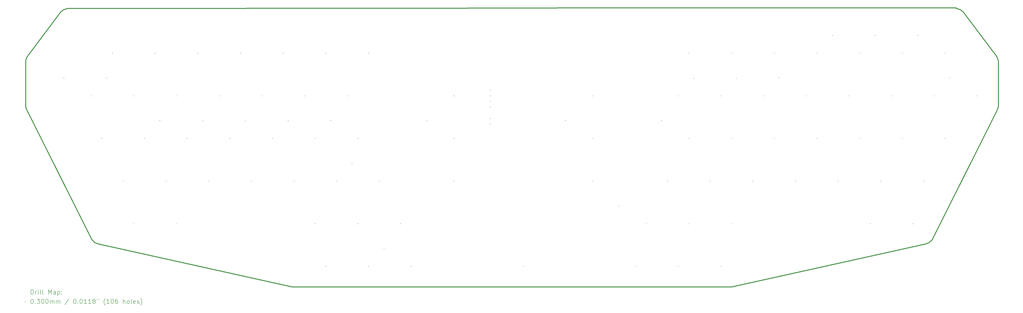
<source format=gbr>
%TF.GenerationSoftware,KiCad,Pcbnew,8.0.9*%
%TF.CreationDate,2025-09-29T16:44:46-07:00*%
%TF.ProjectId,keyboard,6b657962-6f61-4726-942e-6b696361645f,v0.0.0-alpha*%
%TF.SameCoordinates,Original*%
%TF.FileFunction,Drillmap*%
%TF.FilePolarity,Positive*%
%FSLAX45Y45*%
G04 Gerber Fmt 4.5, Leading zero omitted, Abs format (unit mm)*
G04 Created by KiCad (PCBNEW 8.0.9) date 2025-09-29 16:44:46*
%MOMM*%
%LPD*%
G01*
G04 APERTURE LIST*
%ADD10C,0.400000*%
%ADD11C,0.200000*%
%ADD12C,0.100000*%
G04 APERTURE END LIST*
D10*
X49349914Y-12977761D02*
X49349914Y-13002761D01*
X39326782Y-25443585D02*
X33536296Y-25443585D01*
X7920508Y-15134460D02*
X7889415Y-15189006D01*
X19745810Y-25443585D02*
X25536296Y-25443585D01*
X48001633Y-23521957D02*
X39381177Y-25437614D01*
X7889415Y-15189006D02*
X7876228Y-15220843D01*
X9408430Y-13150565D02*
X7920508Y-15134460D01*
X48282591Y-23341346D02*
X48150483Y-23464398D01*
X7837759Y-17367417D02*
X7856972Y-17464012D01*
X51191795Y-17521533D02*
X51184428Y-17537673D01*
X7837759Y-15363929D02*
X7837759Y-17367417D01*
X11029445Y-23508857D02*
X11070958Y-23521957D01*
X49349914Y-12977761D02*
X33525000Y-12975000D01*
X51183176Y-15189006D02*
X51196363Y-15220843D01*
X33536296Y-25443585D02*
X25536296Y-25443585D01*
X51234833Y-15363929D02*
X51234833Y-17367417D01*
X33525000Y-12975000D02*
X25537548Y-12987500D01*
X7876228Y-17510504D02*
X7880797Y-17521533D01*
X9579590Y-13041231D02*
X9514648Y-13068130D01*
X48150483Y-23464398D02*
X48064251Y-23500115D01*
X7856972Y-17464012D02*
X7876228Y-17510504D01*
X49493001Y-13041231D02*
X49557944Y-13068130D01*
X7888163Y-17537673D02*
X10790000Y-23341346D01*
X51196363Y-15220843D02*
X51215619Y-15267334D01*
X48043146Y-23508857D02*
X48001633Y-23521957D01*
X51152083Y-15134460D02*
X51183176Y-15189006D01*
X49557944Y-13068130D02*
X49664162Y-13150565D01*
X11008340Y-23500115D02*
X11029445Y-23508857D01*
X9514648Y-13068130D02*
X9408430Y-13150565D01*
X51234833Y-17367417D02*
X51215619Y-17464012D01*
X9626082Y-13021974D02*
X9579590Y-13041231D01*
X39381177Y-25437614D02*
X39326782Y-25443585D01*
X49349914Y-13002761D02*
X49446510Y-13021974D01*
X9722677Y-13002761D02*
X25537548Y-12987500D01*
X11070958Y-23521957D02*
X19691415Y-25437614D01*
X51215619Y-17464012D02*
X51196363Y-17510504D01*
X10922109Y-23464398D02*
X11008340Y-23500115D01*
X48064251Y-23500115D02*
X48043146Y-23508857D01*
X51215619Y-15267334D02*
X51234833Y-15363929D01*
X51184428Y-17537673D02*
X48282591Y-23341346D01*
X49664162Y-13150565D02*
X51152083Y-15134460D01*
X7876228Y-15220843D02*
X7856972Y-15267334D01*
X51196363Y-17510504D02*
X51191795Y-17521533D01*
X7856972Y-15267334D02*
X7837759Y-15363929D01*
X49446510Y-13021974D02*
X49493001Y-13041231D01*
X7880797Y-17521533D02*
X7888163Y-17537673D01*
X9722677Y-13002761D02*
X9626082Y-13021974D01*
X19691415Y-25437614D02*
X19745810Y-25443585D01*
X10790000Y-23341346D02*
X10922109Y-23464398D01*
D11*
D12*
X9524670Y-16096670D02*
X9554670Y-16126670D01*
X9554670Y-16096670D02*
X9524670Y-16126670D01*
X10741170Y-16890670D02*
X10771170Y-16920670D01*
X10771170Y-16890670D02*
X10741170Y-16920670D01*
X11217420Y-18795670D02*
X11247420Y-18825670D01*
X11247420Y-18795670D02*
X11217420Y-18825670D01*
X11429670Y-16097500D02*
X11459670Y-16127500D01*
X11459670Y-16097500D02*
X11429670Y-16127500D01*
X11693670Y-14985670D02*
X11723670Y-15015670D01*
X11723670Y-14985670D02*
X11693670Y-15015670D01*
X12169920Y-20700670D02*
X12199920Y-20730670D01*
X12199920Y-20700670D02*
X12169920Y-20730670D01*
X12646170Y-16890670D02*
X12676170Y-16920670D01*
X12676170Y-16890670D02*
X12646170Y-16920670D01*
X12646170Y-22605670D02*
X12676170Y-22635670D01*
X12676170Y-22605670D02*
X12646170Y-22635670D01*
X13122420Y-18795670D02*
X13152420Y-18825670D01*
X13152420Y-18795670D02*
X13122420Y-18825670D01*
X13598670Y-14985670D02*
X13628670Y-15015670D01*
X13628670Y-14985670D02*
X13598670Y-15015670D01*
X13810920Y-18001670D02*
X13840920Y-18031670D01*
X13840920Y-18001670D02*
X13810920Y-18031670D01*
X14074920Y-20700670D02*
X14104920Y-20730670D01*
X14104920Y-20700670D02*
X14074920Y-20730670D01*
X14551170Y-16890670D02*
X14581170Y-16920670D01*
X14581170Y-16890670D02*
X14551170Y-16920670D01*
X14551170Y-22605670D02*
X14581170Y-22635670D01*
X14581170Y-22605670D02*
X14551170Y-22635670D01*
X15027420Y-18795670D02*
X15057420Y-18825670D01*
X15057420Y-18795670D02*
X15027420Y-18825670D01*
X15503670Y-14985670D02*
X15533670Y-15015670D01*
X15533670Y-14985670D02*
X15503670Y-15015670D01*
X15722500Y-17997500D02*
X15752500Y-18027500D01*
X15752500Y-17997500D02*
X15722500Y-18027500D01*
X15979920Y-20700670D02*
X16009920Y-20730670D01*
X16009920Y-20700670D02*
X15979920Y-20730670D01*
X16456170Y-16890670D02*
X16486170Y-16920670D01*
X16486170Y-16890670D02*
X16456170Y-16920670D01*
X16932420Y-18795670D02*
X16962420Y-18825670D01*
X16962420Y-18795670D02*
X16932420Y-18825670D01*
X17408670Y-14985670D02*
X17438670Y-15015670D01*
X17438670Y-14985670D02*
X17408670Y-15015670D01*
X17628750Y-18016250D02*
X17658750Y-18046250D01*
X17658750Y-18016250D02*
X17628750Y-18046250D01*
X17884920Y-20700670D02*
X17914920Y-20730670D01*
X17914920Y-20700670D02*
X17884920Y-20730670D01*
X18361170Y-16890670D02*
X18391170Y-16920670D01*
X18391170Y-16890670D02*
X18361170Y-16920670D01*
X18837420Y-18795670D02*
X18867420Y-18825670D01*
X18867420Y-18795670D02*
X18837420Y-18825670D01*
X19313670Y-14985670D02*
X19343670Y-15015670D01*
X19343670Y-14985670D02*
X19313670Y-15015670D01*
X19535000Y-18010000D02*
X19565000Y-18040000D01*
X19565000Y-18010000D02*
X19535000Y-18040000D01*
X19789920Y-20700670D02*
X19819920Y-20730670D01*
X19819920Y-20700670D02*
X19789920Y-20730670D01*
X20272500Y-16890670D02*
X20302500Y-16920670D01*
X20302500Y-16890670D02*
X20272500Y-16920670D01*
X20742420Y-18795670D02*
X20772420Y-18825670D01*
X20772420Y-18795670D02*
X20742420Y-18825670D01*
X20742420Y-22605670D02*
X20772420Y-22635670D01*
X20772420Y-22605670D02*
X20742420Y-22635670D01*
X21218670Y-14985670D02*
X21248670Y-15015670D01*
X21248670Y-14985670D02*
X21218670Y-15015670D01*
X21218670Y-24510670D02*
X21248670Y-24540670D01*
X21248670Y-24510670D02*
X21218670Y-24540670D01*
X21430920Y-18001670D02*
X21460920Y-18031670D01*
X21460920Y-18001670D02*
X21430920Y-18031670D01*
X21694920Y-20700670D02*
X21724920Y-20730670D01*
X21724920Y-20700670D02*
X21694920Y-20730670D01*
X22172500Y-16890670D02*
X22202500Y-16920670D01*
X22202500Y-16890670D02*
X22172500Y-16920670D01*
X22383420Y-19910000D02*
X22413420Y-19940000D01*
X22413420Y-19910000D02*
X22383420Y-19940000D01*
X22647420Y-18795670D02*
X22677420Y-18825670D01*
X22677420Y-18795670D02*
X22647420Y-18825670D01*
X22647420Y-22605670D02*
X22677420Y-22635670D01*
X22677420Y-22605670D02*
X22647420Y-22635670D01*
X23123670Y-14985670D02*
X23153670Y-15015670D01*
X23153670Y-14985670D02*
X23123670Y-15015670D01*
X23123670Y-24510670D02*
X23153670Y-24540670D01*
X23153670Y-24510670D02*
X23123670Y-24540670D01*
X23599920Y-20700670D02*
X23629920Y-20730670D01*
X23629920Y-20700670D02*
X23599920Y-20730670D01*
X23812170Y-23716670D02*
X23842170Y-23746670D01*
X23842170Y-23716670D02*
X23812170Y-23746670D01*
X24547500Y-22605670D02*
X24577500Y-22635670D01*
X24577500Y-22605670D02*
X24547500Y-22635670D01*
X25028670Y-24510670D02*
X25058670Y-24540670D01*
X25058670Y-24510670D02*
X25028670Y-24540670D01*
X25722500Y-18010000D02*
X25752500Y-18040000D01*
X25752500Y-18010000D02*
X25722500Y-18040000D01*
X26933670Y-16890670D02*
X26963670Y-16920670D01*
X26963670Y-16890670D02*
X26933670Y-16920670D01*
X26933670Y-18795670D02*
X26963670Y-18825670D01*
X26963670Y-18795670D02*
X26933670Y-18825670D01*
X26935000Y-20700670D02*
X26965000Y-20730670D01*
X26965000Y-20700670D02*
X26935000Y-20730670D01*
X28547500Y-16890670D02*
X28577500Y-16920670D01*
X28577500Y-16890670D02*
X28547500Y-16920670D01*
X28553500Y-16636500D02*
X28583500Y-16666500D01*
X28583500Y-16636500D02*
X28553500Y-16666500D01*
X28553500Y-17144500D02*
X28583500Y-17174500D01*
X28583500Y-17144500D02*
X28553500Y-17174500D01*
X28553500Y-17398500D02*
X28583500Y-17428500D01*
X28583500Y-17398500D02*
X28553500Y-17428500D01*
X28553500Y-17906500D02*
X28583500Y-17936500D01*
X28583500Y-17906500D02*
X28553500Y-17936500D01*
X28553500Y-18160500D02*
X28583500Y-18190500D01*
X28583500Y-18160500D02*
X28553500Y-18190500D01*
X30029300Y-24510670D02*
X30059300Y-24540670D01*
X30059300Y-24510670D02*
X30029300Y-24540670D01*
X31908420Y-17997500D02*
X31938420Y-18027500D01*
X31938420Y-17997500D02*
X31908420Y-18027500D01*
X33124920Y-16890670D02*
X33154920Y-16920670D01*
X33154920Y-16890670D02*
X33124920Y-16920670D01*
X33124920Y-18795670D02*
X33154920Y-18825670D01*
X33154920Y-18795670D02*
X33124920Y-18825670D01*
X33124920Y-20700670D02*
X33154920Y-20730670D01*
X33154920Y-20700670D02*
X33124920Y-20730670D01*
X34288170Y-21813170D02*
X34318170Y-21843170D01*
X34318170Y-21813170D02*
X34288170Y-21843170D01*
X35029920Y-24510670D02*
X35059920Y-24540670D01*
X35059920Y-24510670D02*
X35029920Y-24540670D01*
X35506170Y-22605670D02*
X35536170Y-22635670D01*
X35536170Y-22605670D02*
X35506170Y-22635670D01*
X36194000Y-18001000D02*
X36224000Y-18031000D01*
X36224000Y-18001000D02*
X36194000Y-18031000D01*
X36458670Y-20700670D02*
X36488670Y-20730670D01*
X36488670Y-20700670D02*
X36458670Y-20730670D01*
X36934920Y-16890670D02*
X36964920Y-16920670D01*
X36964920Y-16890670D02*
X36934920Y-16920670D01*
X36934920Y-24510670D02*
X36964920Y-24540670D01*
X36964920Y-24510670D02*
X36934920Y-24540670D01*
X37411170Y-14985670D02*
X37441170Y-15015670D01*
X37441170Y-14985670D02*
X37411170Y-15015670D01*
X37411170Y-18795670D02*
X37441170Y-18825670D01*
X37441170Y-18795670D02*
X37411170Y-18825670D01*
X37411170Y-22605670D02*
X37441170Y-22635670D01*
X37441170Y-22605670D02*
X37411170Y-22635670D01*
X37623420Y-16110000D02*
X37653420Y-16140000D01*
X37653420Y-16110000D02*
X37623420Y-16140000D01*
X38363670Y-20700670D02*
X38393670Y-20730670D01*
X38393670Y-20700670D02*
X38363670Y-20730670D01*
X38839920Y-16890670D02*
X38869920Y-16920670D01*
X38869920Y-16890670D02*
X38839920Y-16920670D01*
X38839920Y-24510670D02*
X38869920Y-24540670D01*
X38869920Y-24510670D02*
X38839920Y-24540670D01*
X39316170Y-14985670D02*
X39346170Y-15015670D01*
X39346170Y-14985670D02*
X39316170Y-15015670D01*
X39316170Y-18795670D02*
X39346170Y-18825670D01*
X39346170Y-18795670D02*
X39316170Y-18825670D01*
X39316170Y-22605670D02*
X39346170Y-22635670D01*
X39346170Y-22605670D02*
X39316170Y-22635670D01*
X39528420Y-16097500D02*
X39558420Y-16127500D01*
X39558420Y-16097500D02*
X39528420Y-16127500D01*
X40268670Y-20700670D02*
X40298670Y-20730670D01*
X40298670Y-20700670D02*
X40268670Y-20730670D01*
X40744920Y-16890670D02*
X40774920Y-16920670D01*
X40774920Y-16890670D02*
X40744920Y-16920670D01*
X41221170Y-14985670D02*
X41251170Y-15015670D01*
X41251170Y-14985670D02*
X41221170Y-15015670D01*
X41221170Y-18795670D02*
X41251170Y-18825670D01*
X41251170Y-18795670D02*
X41221170Y-18825670D01*
X41422500Y-16085000D02*
X41452500Y-16115000D01*
X41452500Y-16085000D02*
X41422500Y-16115000D01*
X42173670Y-20700670D02*
X42203670Y-20730670D01*
X42203670Y-20700670D02*
X42173670Y-20730670D01*
X42649920Y-16890670D02*
X42679920Y-16920670D01*
X42679920Y-16890670D02*
X42649920Y-16920670D01*
X43126170Y-14985670D02*
X43156170Y-15015670D01*
X43156170Y-14985670D02*
X43126170Y-15015670D01*
X43126170Y-18795670D02*
X43156170Y-18825670D01*
X43156170Y-18795670D02*
X43126170Y-18825670D01*
X43814670Y-14191670D02*
X43844670Y-14221670D01*
X43844670Y-14191670D02*
X43814670Y-14221670D01*
X44078670Y-20700670D02*
X44108670Y-20730670D01*
X44108670Y-20700670D02*
X44078670Y-20730670D01*
X44554920Y-16890670D02*
X44584920Y-16920670D01*
X44584920Y-16890670D02*
X44554920Y-16920670D01*
X45031170Y-14985670D02*
X45061170Y-15015670D01*
X45061170Y-14985670D02*
X45031170Y-15015670D01*
X45031170Y-18795670D02*
X45061170Y-18825670D01*
X45061170Y-18795670D02*
X45031170Y-18825670D01*
X45507420Y-22605670D02*
X45537420Y-22635670D01*
X45537420Y-22605670D02*
X45507420Y-22635670D01*
X45719670Y-14191670D02*
X45749670Y-14221670D01*
X45749670Y-14191670D02*
X45719670Y-14221670D01*
X45983670Y-20700670D02*
X46013670Y-20730670D01*
X46013670Y-20700670D02*
X45983670Y-20730670D01*
X46459920Y-16890670D02*
X46489920Y-16920670D01*
X46489920Y-16890670D02*
X46459920Y-16920670D01*
X46936170Y-14985670D02*
X46966170Y-15015670D01*
X46966170Y-14985670D02*
X46936170Y-15015670D01*
X46936170Y-18795670D02*
X46966170Y-18825670D01*
X46966170Y-18795670D02*
X46936170Y-18825670D01*
X47412420Y-22605670D02*
X47442420Y-22635670D01*
X47442420Y-22605670D02*
X47412420Y-22635670D01*
X47624670Y-14191670D02*
X47654670Y-14221670D01*
X47654670Y-14191670D02*
X47624670Y-14221670D01*
X47888670Y-20700670D02*
X47918670Y-20730670D01*
X47918670Y-20700670D02*
X47888670Y-20730670D01*
X48364920Y-16890670D02*
X48394920Y-16920670D01*
X48394920Y-16890670D02*
X48364920Y-16920670D01*
X48841170Y-14985670D02*
X48871170Y-15015670D01*
X48871170Y-14985670D02*
X48841170Y-15015670D01*
X48841170Y-18795670D02*
X48871170Y-18825670D01*
X48871170Y-18795670D02*
X48841170Y-18825670D01*
X49053420Y-16096670D02*
X49083420Y-16126670D01*
X49083420Y-16096670D02*
X49053420Y-16126670D01*
X50269920Y-16890670D02*
X50299920Y-16920670D01*
X50299920Y-16890670D02*
X50269920Y-16920670D01*
D11*
X8078535Y-25775069D02*
X8078535Y-25575069D01*
X8078535Y-25575069D02*
X8126154Y-25575069D01*
X8126154Y-25575069D02*
X8154726Y-25584593D01*
X8154726Y-25584593D02*
X8173774Y-25603640D01*
X8173774Y-25603640D02*
X8183297Y-25622688D01*
X8183297Y-25622688D02*
X8192821Y-25660783D01*
X8192821Y-25660783D02*
X8192821Y-25689355D01*
X8192821Y-25689355D02*
X8183297Y-25727450D01*
X8183297Y-25727450D02*
X8173774Y-25746497D01*
X8173774Y-25746497D02*
X8154726Y-25765545D01*
X8154726Y-25765545D02*
X8126154Y-25775069D01*
X8126154Y-25775069D02*
X8078535Y-25775069D01*
X8278535Y-25775069D02*
X8278535Y-25641736D01*
X8278535Y-25679831D02*
X8288059Y-25660783D01*
X8288059Y-25660783D02*
X8297583Y-25651259D01*
X8297583Y-25651259D02*
X8316631Y-25641736D01*
X8316631Y-25641736D02*
X8335678Y-25641736D01*
X8402345Y-25775069D02*
X8402345Y-25641736D01*
X8402345Y-25575069D02*
X8392821Y-25584593D01*
X8392821Y-25584593D02*
X8402345Y-25594117D01*
X8402345Y-25594117D02*
X8411869Y-25584593D01*
X8411869Y-25584593D02*
X8402345Y-25575069D01*
X8402345Y-25575069D02*
X8402345Y-25594117D01*
X8526155Y-25775069D02*
X8507107Y-25765545D01*
X8507107Y-25765545D02*
X8497583Y-25746497D01*
X8497583Y-25746497D02*
X8497583Y-25575069D01*
X8630916Y-25775069D02*
X8611869Y-25765545D01*
X8611869Y-25765545D02*
X8602345Y-25746497D01*
X8602345Y-25746497D02*
X8602345Y-25575069D01*
X8859488Y-25775069D02*
X8859488Y-25575069D01*
X8859488Y-25575069D02*
X8926155Y-25717926D01*
X8926155Y-25717926D02*
X8992821Y-25575069D01*
X8992821Y-25575069D02*
X8992821Y-25775069D01*
X9173774Y-25775069D02*
X9173774Y-25670307D01*
X9173774Y-25670307D02*
X9164250Y-25651259D01*
X9164250Y-25651259D02*
X9145202Y-25641736D01*
X9145202Y-25641736D02*
X9107107Y-25641736D01*
X9107107Y-25641736D02*
X9088059Y-25651259D01*
X9173774Y-25765545D02*
X9154726Y-25775069D01*
X9154726Y-25775069D02*
X9107107Y-25775069D01*
X9107107Y-25775069D02*
X9088059Y-25765545D01*
X9088059Y-25765545D02*
X9078536Y-25746497D01*
X9078536Y-25746497D02*
X9078536Y-25727450D01*
X9078536Y-25727450D02*
X9088059Y-25708402D01*
X9088059Y-25708402D02*
X9107107Y-25698878D01*
X9107107Y-25698878D02*
X9154726Y-25698878D01*
X9154726Y-25698878D02*
X9173774Y-25689355D01*
X9269012Y-25641736D02*
X9269012Y-25841736D01*
X9269012Y-25651259D02*
X9288059Y-25641736D01*
X9288059Y-25641736D02*
X9326155Y-25641736D01*
X9326155Y-25641736D02*
X9345202Y-25651259D01*
X9345202Y-25651259D02*
X9354726Y-25660783D01*
X9354726Y-25660783D02*
X9364250Y-25679831D01*
X9364250Y-25679831D02*
X9364250Y-25736974D01*
X9364250Y-25736974D02*
X9354726Y-25756021D01*
X9354726Y-25756021D02*
X9345202Y-25765545D01*
X9345202Y-25765545D02*
X9326155Y-25775069D01*
X9326155Y-25775069D02*
X9288059Y-25775069D01*
X9288059Y-25775069D02*
X9269012Y-25765545D01*
X9449964Y-25756021D02*
X9459488Y-25765545D01*
X9459488Y-25765545D02*
X9449964Y-25775069D01*
X9449964Y-25775069D02*
X9440440Y-25765545D01*
X9440440Y-25765545D02*
X9449964Y-25756021D01*
X9449964Y-25756021D02*
X9449964Y-25775069D01*
X9449964Y-25651259D02*
X9459488Y-25660783D01*
X9459488Y-25660783D02*
X9449964Y-25670307D01*
X9449964Y-25670307D02*
X9440440Y-25660783D01*
X9440440Y-25660783D02*
X9449964Y-25651259D01*
X9449964Y-25651259D02*
X9449964Y-25670307D01*
D12*
X7787759Y-26088585D02*
X7817759Y-26118585D01*
X7817759Y-26088585D02*
X7787759Y-26118585D01*
D11*
X8116631Y-25995069D02*
X8135678Y-25995069D01*
X8135678Y-25995069D02*
X8154726Y-26004593D01*
X8154726Y-26004593D02*
X8164250Y-26014117D01*
X8164250Y-26014117D02*
X8173774Y-26033164D01*
X8173774Y-26033164D02*
X8183297Y-26071259D01*
X8183297Y-26071259D02*
X8183297Y-26118878D01*
X8183297Y-26118878D02*
X8173774Y-26156974D01*
X8173774Y-26156974D02*
X8164250Y-26176021D01*
X8164250Y-26176021D02*
X8154726Y-26185545D01*
X8154726Y-26185545D02*
X8135678Y-26195069D01*
X8135678Y-26195069D02*
X8116631Y-26195069D01*
X8116631Y-26195069D02*
X8097583Y-26185545D01*
X8097583Y-26185545D02*
X8088059Y-26176021D01*
X8088059Y-26176021D02*
X8078535Y-26156974D01*
X8078535Y-26156974D02*
X8069012Y-26118878D01*
X8069012Y-26118878D02*
X8069012Y-26071259D01*
X8069012Y-26071259D02*
X8078535Y-26033164D01*
X8078535Y-26033164D02*
X8088059Y-26014117D01*
X8088059Y-26014117D02*
X8097583Y-26004593D01*
X8097583Y-26004593D02*
X8116631Y-25995069D01*
X8269012Y-26176021D02*
X8278535Y-26185545D01*
X8278535Y-26185545D02*
X8269012Y-26195069D01*
X8269012Y-26195069D02*
X8259488Y-26185545D01*
X8259488Y-26185545D02*
X8269012Y-26176021D01*
X8269012Y-26176021D02*
X8269012Y-26195069D01*
X8345202Y-25995069D02*
X8469012Y-25995069D01*
X8469012Y-25995069D02*
X8402345Y-26071259D01*
X8402345Y-26071259D02*
X8430917Y-26071259D01*
X8430917Y-26071259D02*
X8449964Y-26080783D01*
X8449964Y-26080783D02*
X8459488Y-26090307D01*
X8459488Y-26090307D02*
X8469012Y-26109355D01*
X8469012Y-26109355D02*
X8469012Y-26156974D01*
X8469012Y-26156974D02*
X8459488Y-26176021D01*
X8459488Y-26176021D02*
X8449964Y-26185545D01*
X8449964Y-26185545D02*
X8430917Y-26195069D01*
X8430917Y-26195069D02*
X8373774Y-26195069D01*
X8373774Y-26195069D02*
X8354726Y-26185545D01*
X8354726Y-26185545D02*
X8345202Y-26176021D01*
X8592821Y-25995069D02*
X8611869Y-25995069D01*
X8611869Y-25995069D02*
X8630917Y-26004593D01*
X8630917Y-26004593D02*
X8640440Y-26014117D01*
X8640440Y-26014117D02*
X8649964Y-26033164D01*
X8649964Y-26033164D02*
X8659488Y-26071259D01*
X8659488Y-26071259D02*
X8659488Y-26118878D01*
X8659488Y-26118878D02*
X8649964Y-26156974D01*
X8649964Y-26156974D02*
X8640440Y-26176021D01*
X8640440Y-26176021D02*
X8630917Y-26185545D01*
X8630917Y-26185545D02*
X8611869Y-26195069D01*
X8611869Y-26195069D02*
X8592821Y-26195069D01*
X8592821Y-26195069D02*
X8573774Y-26185545D01*
X8573774Y-26185545D02*
X8564250Y-26176021D01*
X8564250Y-26176021D02*
X8554726Y-26156974D01*
X8554726Y-26156974D02*
X8545202Y-26118878D01*
X8545202Y-26118878D02*
X8545202Y-26071259D01*
X8545202Y-26071259D02*
X8554726Y-26033164D01*
X8554726Y-26033164D02*
X8564250Y-26014117D01*
X8564250Y-26014117D02*
X8573774Y-26004593D01*
X8573774Y-26004593D02*
X8592821Y-25995069D01*
X8783297Y-25995069D02*
X8802345Y-25995069D01*
X8802345Y-25995069D02*
X8821393Y-26004593D01*
X8821393Y-26004593D02*
X8830917Y-26014117D01*
X8830917Y-26014117D02*
X8840440Y-26033164D01*
X8840440Y-26033164D02*
X8849964Y-26071259D01*
X8849964Y-26071259D02*
X8849964Y-26118878D01*
X8849964Y-26118878D02*
X8840440Y-26156974D01*
X8840440Y-26156974D02*
X8830917Y-26176021D01*
X8830917Y-26176021D02*
X8821393Y-26185545D01*
X8821393Y-26185545D02*
X8802345Y-26195069D01*
X8802345Y-26195069D02*
X8783297Y-26195069D01*
X8783297Y-26195069D02*
X8764250Y-26185545D01*
X8764250Y-26185545D02*
X8754726Y-26176021D01*
X8754726Y-26176021D02*
X8745202Y-26156974D01*
X8745202Y-26156974D02*
X8735678Y-26118878D01*
X8735678Y-26118878D02*
X8735678Y-26071259D01*
X8735678Y-26071259D02*
X8745202Y-26033164D01*
X8745202Y-26033164D02*
X8754726Y-26014117D01*
X8754726Y-26014117D02*
X8764250Y-26004593D01*
X8764250Y-26004593D02*
X8783297Y-25995069D01*
X8935678Y-26195069D02*
X8935678Y-26061736D01*
X8935678Y-26080783D02*
X8945202Y-26071259D01*
X8945202Y-26071259D02*
X8964250Y-26061736D01*
X8964250Y-26061736D02*
X8992821Y-26061736D01*
X8992821Y-26061736D02*
X9011869Y-26071259D01*
X9011869Y-26071259D02*
X9021393Y-26090307D01*
X9021393Y-26090307D02*
X9021393Y-26195069D01*
X9021393Y-26090307D02*
X9030917Y-26071259D01*
X9030917Y-26071259D02*
X9049964Y-26061736D01*
X9049964Y-26061736D02*
X9078536Y-26061736D01*
X9078536Y-26061736D02*
X9097583Y-26071259D01*
X9097583Y-26071259D02*
X9107107Y-26090307D01*
X9107107Y-26090307D02*
X9107107Y-26195069D01*
X9202345Y-26195069D02*
X9202345Y-26061736D01*
X9202345Y-26080783D02*
X9211869Y-26071259D01*
X9211869Y-26071259D02*
X9230917Y-26061736D01*
X9230917Y-26061736D02*
X9259488Y-26061736D01*
X9259488Y-26061736D02*
X9278536Y-26071259D01*
X9278536Y-26071259D02*
X9288059Y-26090307D01*
X9288059Y-26090307D02*
X9288059Y-26195069D01*
X9288059Y-26090307D02*
X9297583Y-26071259D01*
X9297583Y-26071259D02*
X9316631Y-26061736D01*
X9316631Y-26061736D02*
X9345202Y-26061736D01*
X9345202Y-26061736D02*
X9364250Y-26071259D01*
X9364250Y-26071259D02*
X9373774Y-26090307D01*
X9373774Y-26090307D02*
X9373774Y-26195069D01*
X9764250Y-25985545D02*
X9592821Y-26242688D01*
X10021393Y-25995069D02*
X10040441Y-25995069D01*
X10040441Y-25995069D02*
X10059488Y-26004593D01*
X10059488Y-26004593D02*
X10069012Y-26014117D01*
X10069012Y-26014117D02*
X10078536Y-26033164D01*
X10078536Y-26033164D02*
X10088060Y-26071259D01*
X10088060Y-26071259D02*
X10088060Y-26118878D01*
X10088060Y-26118878D02*
X10078536Y-26156974D01*
X10078536Y-26156974D02*
X10069012Y-26176021D01*
X10069012Y-26176021D02*
X10059488Y-26185545D01*
X10059488Y-26185545D02*
X10040441Y-26195069D01*
X10040441Y-26195069D02*
X10021393Y-26195069D01*
X10021393Y-26195069D02*
X10002345Y-26185545D01*
X10002345Y-26185545D02*
X9992821Y-26176021D01*
X9992821Y-26176021D02*
X9983298Y-26156974D01*
X9983298Y-26156974D02*
X9973774Y-26118878D01*
X9973774Y-26118878D02*
X9973774Y-26071259D01*
X9973774Y-26071259D02*
X9983298Y-26033164D01*
X9983298Y-26033164D02*
X9992821Y-26014117D01*
X9992821Y-26014117D02*
X10002345Y-26004593D01*
X10002345Y-26004593D02*
X10021393Y-25995069D01*
X10173774Y-26176021D02*
X10183298Y-26185545D01*
X10183298Y-26185545D02*
X10173774Y-26195069D01*
X10173774Y-26195069D02*
X10164250Y-26185545D01*
X10164250Y-26185545D02*
X10173774Y-26176021D01*
X10173774Y-26176021D02*
X10173774Y-26195069D01*
X10307107Y-25995069D02*
X10326155Y-25995069D01*
X10326155Y-25995069D02*
X10345202Y-26004593D01*
X10345202Y-26004593D02*
X10354726Y-26014117D01*
X10354726Y-26014117D02*
X10364250Y-26033164D01*
X10364250Y-26033164D02*
X10373774Y-26071259D01*
X10373774Y-26071259D02*
X10373774Y-26118878D01*
X10373774Y-26118878D02*
X10364250Y-26156974D01*
X10364250Y-26156974D02*
X10354726Y-26176021D01*
X10354726Y-26176021D02*
X10345202Y-26185545D01*
X10345202Y-26185545D02*
X10326155Y-26195069D01*
X10326155Y-26195069D02*
X10307107Y-26195069D01*
X10307107Y-26195069D02*
X10288060Y-26185545D01*
X10288060Y-26185545D02*
X10278536Y-26176021D01*
X10278536Y-26176021D02*
X10269012Y-26156974D01*
X10269012Y-26156974D02*
X10259488Y-26118878D01*
X10259488Y-26118878D02*
X10259488Y-26071259D01*
X10259488Y-26071259D02*
X10269012Y-26033164D01*
X10269012Y-26033164D02*
X10278536Y-26014117D01*
X10278536Y-26014117D02*
X10288060Y-26004593D01*
X10288060Y-26004593D02*
X10307107Y-25995069D01*
X10564250Y-26195069D02*
X10449964Y-26195069D01*
X10507107Y-26195069D02*
X10507107Y-25995069D01*
X10507107Y-25995069D02*
X10488060Y-26023640D01*
X10488060Y-26023640D02*
X10469012Y-26042688D01*
X10469012Y-26042688D02*
X10449964Y-26052212D01*
X10754726Y-26195069D02*
X10640441Y-26195069D01*
X10697583Y-26195069D02*
X10697583Y-25995069D01*
X10697583Y-25995069D02*
X10678536Y-26023640D01*
X10678536Y-26023640D02*
X10659488Y-26042688D01*
X10659488Y-26042688D02*
X10640441Y-26052212D01*
X10869012Y-26080783D02*
X10849964Y-26071259D01*
X10849964Y-26071259D02*
X10840441Y-26061736D01*
X10840441Y-26061736D02*
X10830917Y-26042688D01*
X10830917Y-26042688D02*
X10830917Y-26033164D01*
X10830917Y-26033164D02*
X10840441Y-26014117D01*
X10840441Y-26014117D02*
X10849964Y-26004593D01*
X10849964Y-26004593D02*
X10869012Y-25995069D01*
X10869012Y-25995069D02*
X10907107Y-25995069D01*
X10907107Y-25995069D02*
X10926155Y-26004593D01*
X10926155Y-26004593D02*
X10935679Y-26014117D01*
X10935679Y-26014117D02*
X10945202Y-26033164D01*
X10945202Y-26033164D02*
X10945202Y-26042688D01*
X10945202Y-26042688D02*
X10935679Y-26061736D01*
X10935679Y-26061736D02*
X10926155Y-26071259D01*
X10926155Y-26071259D02*
X10907107Y-26080783D01*
X10907107Y-26080783D02*
X10869012Y-26080783D01*
X10869012Y-26080783D02*
X10849964Y-26090307D01*
X10849964Y-26090307D02*
X10840441Y-26099831D01*
X10840441Y-26099831D02*
X10830917Y-26118878D01*
X10830917Y-26118878D02*
X10830917Y-26156974D01*
X10830917Y-26156974D02*
X10840441Y-26176021D01*
X10840441Y-26176021D02*
X10849964Y-26185545D01*
X10849964Y-26185545D02*
X10869012Y-26195069D01*
X10869012Y-26195069D02*
X10907107Y-26195069D01*
X10907107Y-26195069D02*
X10926155Y-26185545D01*
X10926155Y-26185545D02*
X10935679Y-26176021D01*
X10935679Y-26176021D02*
X10945202Y-26156974D01*
X10945202Y-26156974D02*
X10945202Y-26118878D01*
X10945202Y-26118878D02*
X10935679Y-26099831D01*
X10935679Y-26099831D02*
X10926155Y-26090307D01*
X10926155Y-26090307D02*
X10907107Y-26080783D01*
X11021393Y-25995069D02*
X11021393Y-26033164D01*
X11097583Y-25995069D02*
X11097583Y-26033164D01*
X11392822Y-26271259D02*
X11383298Y-26261736D01*
X11383298Y-26261736D02*
X11364250Y-26233164D01*
X11364250Y-26233164D02*
X11354726Y-26214117D01*
X11354726Y-26214117D02*
X11345202Y-26185545D01*
X11345202Y-26185545D02*
X11335679Y-26137926D01*
X11335679Y-26137926D02*
X11335679Y-26099831D01*
X11335679Y-26099831D02*
X11345202Y-26052212D01*
X11345202Y-26052212D02*
X11354726Y-26023640D01*
X11354726Y-26023640D02*
X11364250Y-26004593D01*
X11364250Y-26004593D02*
X11383298Y-25976021D01*
X11383298Y-25976021D02*
X11392822Y-25966497D01*
X11573774Y-26195069D02*
X11459488Y-26195069D01*
X11516631Y-26195069D02*
X11516631Y-25995069D01*
X11516631Y-25995069D02*
X11497583Y-26023640D01*
X11497583Y-26023640D02*
X11478536Y-26042688D01*
X11478536Y-26042688D02*
X11459488Y-26052212D01*
X11697583Y-25995069D02*
X11716631Y-25995069D01*
X11716631Y-25995069D02*
X11735679Y-26004593D01*
X11735679Y-26004593D02*
X11745202Y-26014117D01*
X11745202Y-26014117D02*
X11754726Y-26033164D01*
X11754726Y-26033164D02*
X11764250Y-26071259D01*
X11764250Y-26071259D02*
X11764250Y-26118878D01*
X11764250Y-26118878D02*
X11754726Y-26156974D01*
X11754726Y-26156974D02*
X11745202Y-26176021D01*
X11745202Y-26176021D02*
X11735679Y-26185545D01*
X11735679Y-26185545D02*
X11716631Y-26195069D01*
X11716631Y-26195069D02*
X11697583Y-26195069D01*
X11697583Y-26195069D02*
X11678536Y-26185545D01*
X11678536Y-26185545D02*
X11669012Y-26176021D01*
X11669012Y-26176021D02*
X11659488Y-26156974D01*
X11659488Y-26156974D02*
X11649964Y-26118878D01*
X11649964Y-26118878D02*
X11649964Y-26071259D01*
X11649964Y-26071259D02*
X11659488Y-26033164D01*
X11659488Y-26033164D02*
X11669012Y-26014117D01*
X11669012Y-26014117D02*
X11678536Y-26004593D01*
X11678536Y-26004593D02*
X11697583Y-25995069D01*
X11935679Y-25995069D02*
X11897583Y-25995069D01*
X11897583Y-25995069D02*
X11878536Y-26004593D01*
X11878536Y-26004593D02*
X11869012Y-26014117D01*
X11869012Y-26014117D02*
X11849964Y-26042688D01*
X11849964Y-26042688D02*
X11840441Y-26080783D01*
X11840441Y-26080783D02*
X11840441Y-26156974D01*
X11840441Y-26156974D02*
X11849964Y-26176021D01*
X11849964Y-26176021D02*
X11859488Y-26185545D01*
X11859488Y-26185545D02*
X11878536Y-26195069D01*
X11878536Y-26195069D02*
X11916631Y-26195069D01*
X11916631Y-26195069D02*
X11935679Y-26185545D01*
X11935679Y-26185545D02*
X11945202Y-26176021D01*
X11945202Y-26176021D02*
X11954726Y-26156974D01*
X11954726Y-26156974D02*
X11954726Y-26109355D01*
X11954726Y-26109355D02*
X11945202Y-26090307D01*
X11945202Y-26090307D02*
X11935679Y-26080783D01*
X11935679Y-26080783D02*
X11916631Y-26071259D01*
X11916631Y-26071259D02*
X11878536Y-26071259D01*
X11878536Y-26071259D02*
X11859488Y-26080783D01*
X11859488Y-26080783D02*
X11849964Y-26090307D01*
X11849964Y-26090307D02*
X11840441Y-26109355D01*
X12192822Y-26195069D02*
X12192822Y-25995069D01*
X12278536Y-26195069D02*
X12278536Y-26090307D01*
X12278536Y-26090307D02*
X12269012Y-26071259D01*
X12269012Y-26071259D02*
X12249964Y-26061736D01*
X12249964Y-26061736D02*
X12221393Y-26061736D01*
X12221393Y-26061736D02*
X12202345Y-26071259D01*
X12202345Y-26071259D02*
X12192822Y-26080783D01*
X12402345Y-26195069D02*
X12383298Y-26185545D01*
X12383298Y-26185545D02*
X12373774Y-26176021D01*
X12373774Y-26176021D02*
X12364250Y-26156974D01*
X12364250Y-26156974D02*
X12364250Y-26099831D01*
X12364250Y-26099831D02*
X12373774Y-26080783D01*
X12373774Y-26080783D02*
X12383298Y-26071259D01*
X12383298Y-26071259D02*
X12402345Y-26061736D01*
X12402345Y-26061736D02*
X12430917Y-26061736D01*
X12430917Y-26061736D02*
X12449964Y-26071259D01*
X12449964Y-26071259D02*
X12459488Y-26080783D01*
X12459488Y-26080783D02*
X12469012Y-26099831D01*
X12469012Y-26099831D02*
X12469012Y-26156974D01*
X12469012Y-26156974D02*
X12459488Y-26176021D01*
X12459488Y-26176021D02*
X12449964Y-26185545D01*
X12449964Y-26185545D02*
X12430917Y-26195069D01*
X12430917Y-26195069D02*
X12402345Y-26195069D01*
X12583298Y-26195069D02*
X12564250Y-26185545D01*
X12564250Y-26185545D02*
X12554726Y-26166497D01*
X12554726Y-26166497D02*
X12554726Y-25995069D01*
X12735679Y-26185545D02*
X12716631Y-26195069D01*
X12716631Y-26195069D02*
X12678536Y-26195069D01*
X12678536Y-26195069D02*
X12659488Y-26185545D01*
X12659488Y-26185545D02*
X12649964Y-26166497D01*
X12649964Y-26166497D02*
X12649964Y-26090307D01*
X12649964Y-26090307D02*
X12659488Y-26071259D01*
X12659488Y-26071259D02*
X12678536Y-26061736D01*
X12678536Y-26061736D02*
X12716631Y-26061736D01*
X12716631Y-26061736D02*
X12735679Y-26071259D01*
X12735679Y-26071259D02*
X12745203Y-26090307D01*
X12745203Y-26090307D02*
X12745203Y-26109355D01*
X12745203Y-26109355D02*
X12649964Y-26128402D01*
X12821393Y-26185545D02*
X12840441Y-26195069D01*
X12840441Y-26195069D02*
X12878536Y-26195069D01*
X12878536Y-26195069D02*
X12897584Y-26185545D01*
X12897584Y-26185545D02*
X12907107Y-26166497D01*
X12907107Y-26166497D02*
X12907107Y-26156974D01*
X12907107Y-26156974D02*
X12897584Y-26137926D01*
X12897584Y-26137926D02*
X12878536Y-26128402D01*
X12878536Y-26128402D02*
X12849964Y-26128402D01*
X12849964Y-26128402D02*
X12830917Y-26118878D01*
X12830917Y-26118878D02*
X12821393Y-26099831D01*
X12821393Y-26099831D02*
X12821393Y-26090307D01*
X12821393Y-26090307D02*
X12830917Y-26071259D01*
X12830917Y-26071259D02*
X12849964Y-26061736D01*
X12849964Y-26061736D02*
X12878536Y-26061736D01*
X12878536Y-26061736D02*
X12897584Y-26071259D01*
X12973774Y-26271259D02*
X12983298Y-26261736D01*
X12983298Y-26261736D02*
X13002345Y-26233164D01*
X13002345Y-26233164D02*
X13011869Y-26214117D01*
X13011869Y-26214117D02*
X13021393Y-26185545D01*
X13021393Y-26185545D02*
X13030917Y-26137926D01*
X13030917Y-26137926D02*
X13030917Y-26099831D01*
X13030917Y-26099831D02*
X13021393Y-26052212D01*
X13021393Y-26052212D02*
X13011869Y-26023640D01*
X13011869Y-26023640D02*
X13002345Y-26004593D01*
X13002345Y-26004593D02*
X12983298Y-25976021D01*
X12983298Y-25976021D02*
X12973774Y-25966497D01*
M02*

</source>
